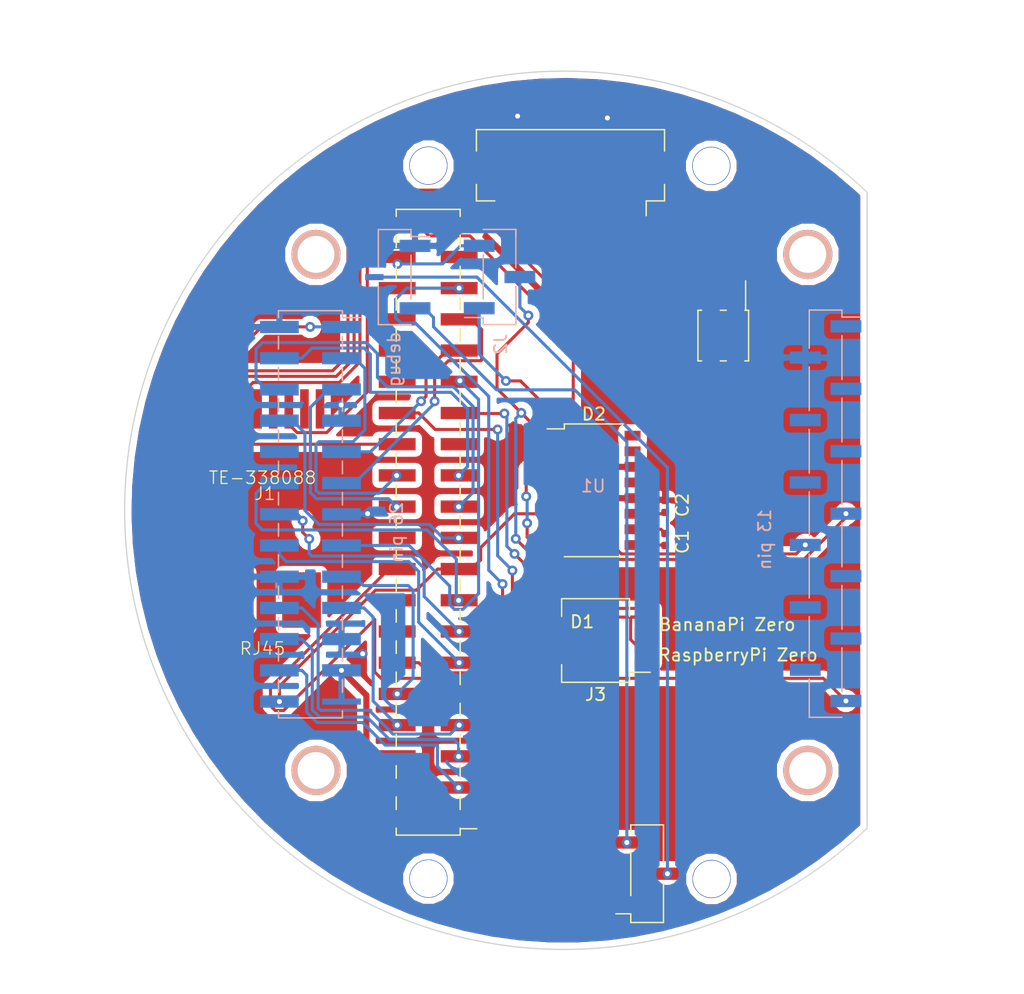
<source format=kicad_pcb>
(kicad_pcb (version 20171130) (host pcbnew 6.0.0-rc1-unknown-15e0771~66~ubuntu16.04.1)
  (layers (0 F.Cu signal) (31 B.Cu signal) (34 B.Paste user) (35 F.Paste user) (36 B.SilkS user) (37 F.SilkS user) (38 B.Mask user) (39 F.Mask user) (44 Edge.Cuts user))
  (net 0 "")
  (net 1 5V)
  (net 2 3,3V)
  (net 3 SDA)
  (net 4 GND)
  (net 5 SCK)
  (net 6 UART1_TX)
  (net 7 PWM1)
  (net 8 UART1_RX)
  (net 9 UART2_RX)
  (net 10 UART2_TX)
  (net 11 PA03)
  (net 12 SPI1_MOSI)
  (net 13 PA02)
  (net 14 SPI1_MISO)
  (net 15 SPI1_CS)
  (net 16 SPI1_CLK)
  (net 17 PA18)
  (net 18 PA19)
  (net 19 PA07)
  (net 20 PA10)
  (net 21 TX)
  (net 22 RX)
  (net 23 "Net-(C1-Pad1)")
  (net 24 "Net-(C1-Pad2)")
  (net 25 "Net-(C2-Pad1)")
  (net 26 i2s_WS)
  (net 27 i2s_CLK)
  (net 28 i2s_SDI)
  (net 29 "Net-(D1-Pad45)")
  (net 30 "Net-(D1-Pad47)")
  (net 31 "Net-(D1-Pad44)")
  (net 32 "Net-(D1-Pad46)")
  (net 33 LL)
  (net 34 LR)
  (net 35 i2s-DIN)
  (net 36 "Net-(D1-Pad12)")
  (net 37 IR)
  (net 38 "Net-(D1-Pad28)")
  (net 39 "Net-(D1-Pad27)")
  (net 40 "Net-(D1-Pad35)")
  (module shardy:RJ45-TE-338088 (layer F.Cu) (at 140.65 78.675 90)
    (fp_text reference J1 (at 1.80086 0 180) (layer F.SilkS) (effects (font (size 1.016 1.016) (thickness 0.1016))))
    (fp_text value RJ45 (at -10.80008 -0.20066 180) (layer F.SilkS) (effects (font (size 1.016 1.016) (thickness 0.1016))))
    (fp_text user TE-338088 (at 3.0988 -0.19812 180) (layer F.SilkS) (effects (font (size 1.016 1.016) (thickness 0.1016))))
    (pad 9 smd rect (at -6.85038 2.97688 90) (size 4.50088 3.1496) (layers F.Cu F.Paste F.Mask))
    (pad 9 smd rect (at -6.85038 -2.77368 90) (size 4.50088 3.1496) (layers F.Cu F.Paste F.Mask))
    (pad 8 smd rect (at 8.6995 4.48056 90) (size 3.2004 0.70104) (layers F.Cu F.Paste F.Mask))
    (pad 7 smd rect (at 8.6995 3.21056 90) (size 3.2004 0.70104) (layers F.Cu F.Paste F.Mask))
    (pad 2 smd rect (at 8.6995 -3.13944 90) (size 3.2004 0.70104) (layers F.Cu F.Paste F.Mask) (net 29 "Net-(D1-Pad45)"))
    (pad 1 smd rect (at 8.6995 -4.40944 90) (size 3.2004 0.70104) (layers F.Cu F.Paste F.Mask) (net 31 "Net-(D1-Pad44)"))
    (pad 6 smd rect (at 8.6995 1.94056 90) (size 3.2004 0.70104) (layers F.Cu F.Paste F.Mask) (net 32 "Net-(D1-Pad46)"))
    (pad 3 smd rect (at 8.6995 -1.86944 90) (size 3.2004 0.70104) (layers F.Cu F.Paste F.Mask) (net 30 "Net-(D1-Pad47)"))
    (pad 5 smd rect (at 8.6995 0.67056 90) (size 3.2004 0.70104) (layers F.Cu F.Paste F.Mask))
    (pad 4 smd rect (at 8.6995 -0.59944 90) (size 3.2004 0.70104) (layers F.Cu F.Paste F.Mask))
  )
  (module imm:OPiZeroSMD (layer B.Cu) (at 187.8 102.4 180)
    (fp_text reference U1 (at 20.45 26.15 180) (layer B.SilkS) (effects (justify mirror)))
    (fp_text value OPiZero-imm_lib)
    (fp_text user debug (at 36.65 36.45 90) (layer B.SilkS) (effects (justify mirror)))
    (fp_text user "26 pin" (at 36.45 22.35 90) (layer B.SilkS) (effects (justify mirror)))
    (fp_text user "13 pin" (at 6.5 21.8 90) (layer B.SilkS) (effects (justify mirror)))
    (pad "" thru_hole circle (at 43 45 180) (size 4 4) (drill 3) (layers *.Cu *.Mask B.SilkS))
    (pad 126 smd rect (at 40.925 39.09 180) (size 3.15 1) (layers B.Cu B.Paste B.Mask) (net 20 PA10))
    (pad 125 smd rect (at 45.975 39.09 180) (size 3.15 1) (layers B.Cu B.Paste B.Mask) (net 4 GND))
    (pad 124 smd rect (at 40.925 36.55 180) (size 3.15 1) (layers B.Cu B.Paste B.Mask) (net 15 SPI1_CS))
    (pad 123 smd rect (at 45.975 36.55 180) (size 3.15 1) (layers B.Cu B.Paste B.Mask) (net 16 SPI1_CLK))
    (pad 122 smd rect (at 40.925 34.01 180) (size 3.15 1) (layers B.Cu B.Paste B.Mask) (net 13 PA02))
    (pad 121 smd rect (at 45.975 34.01 180) (size 3.15 1) (layers B.Cu B.Paste B.Mask) (net 14 SPI1_MISO))
    (pad 120 smd rect (at 40.925 31.47 180) (size 3.15 1) (layers B.Cu B.Paste B.Mask) (net 4 GND))
    (pad 119 smd rect (at 45.975 31.47 180) (size 3.15 1) (layers B.Cu B.Paste B.Mask) (net 12 SPI1_MOSI))
    (pad 118 smd rect (at 40.925 28.93 180) (size 3.15 1) (layers B.Cu B.Paste B.Mask) (net 17 PA18))
    (pad 117 smd rect (at 45.975 28.93 180) (size 3.15 1) (layers B.Cu B.Paste B.Mask))
    (pad 116 smd rect (at 40.925 26.39 180) (size 3.15 1) (layers B.Cu B.Paste B.Mask) (net 18 PA19))
    (pad 115 smd rect (at 45.975 26.39 180) (size 3.15 1) (layers B.Cu B.Paste B.Mask) (net 11 PA03))
    (pad 114 smd rect (at 40.925 23.85 180) (size 3.15 1) (layers B.Cu B.Paste B.Mask) (net 4 GND))
    (pad 113 smd rect (at 45.975 23.85 180) (size 3.15 1) (layers B.Cu B.Paste B.Mask) (net 10 UART2_TX))
    (pad 112 smd rect (at 40.925 21.31 180) (size 3.15 1) (layers B.Cu B.Paste B.Mask) (net 19 PA07))
    (pad 111 smd rect (at 45.975 21.31 180) (size 3.15 1) (layers B.Cu B.Paste B.Mask) (net 9 UART2_RX))
    (pad 110 smd rect (at 40.925 18.77 180) (size 3.15 1) (layers B.Cu B.Paste B.Mask) (net 8 UART1_RX))
    (pad 109 smd rect (at 45.975 18.77 180) (size 3.15 1) (layers B.Cu B.Paste B.Mask) (net 4 GND))
    (pad 108 smd rect (at 40.925 16.23 180) (size 3.15 1) (layers B.Cu B.Paste B.Mask) (net 6 UART1_TX))
    (pad 107 smd rect (at 45.975 16.23 180) (size 3.15 1) (layers B.Cu B.Paste B.Mask) (net 7 PWM1))
    (pad 106 smd rect (at 40.925 13.69 180) (size 3.15 1) (layers B.Cu B.Paste B.Mask) (net 4 GND))
    (pad 105 smd rect (at 45.975 13.69 180) (size 3.15 1) (layers B.Cu B.Paste B.Mask) (net 5 SCK))
    (pad 104 smd rect (at 40.925 11.15 180) (size 3.15 1) (layers B.Cu B.Paste B.Mask) (net 1 5V))
    (pad 103 smd rect (at 45.975 11.15 180) (size 3.15 1) (layers B.Cu B.Paste B.Mask) (net 3 SDA))
    (pad 102 smd rect (at 40.925 8.61 180) (size 3.15 0.5) (layers B.Cu B.Paste B.Mask) (net 1 5V))
    (pad 101 smd rect (at 45.975 8.61 180) (size 3.15 1) (layers B.Cu B.Paste B.Mask) (net 2 3,3V))
    (pad 1 smd rect (at -0.105 39.14 180) (size 2.51 1) (layers B.Cu B.Paste B.Mask))
    (pad 3 smd rect (at -0.105 34.06 180) (size 2.51 1) (layers B.Cu B.Paste B.Mask))
    (pad 5 smd rect (at -0.105 28.98 180) (size 2.51 1) (layers B.Cu B.Paste B.Mask))
    (pad 7 smd rect (at -0.105 23.9 180) (size 2.51 1) (layers B.Cu B.Paste B.Mask) (net 34 LR))
    (pad 9 smd rect (at -0.105 18.82 180) (size 2.51 1) (layers B.Cu B.Paste B.Mask))
    (pad 11 smd rect (at -0.105 13.74 180) (size 2.51 1) (layers B.Cu B.Paste B.Mask))
    (pad 13 smd rect (at -0.105 8.66 180) (size 2.51 1) (layers B.Cu B.Paste B.Mask) (net 37 IR))
    (pad 2 smd rect (at 3.205 36.6 180) (size 2.51 1) (layers B.Cu B.Paste B.Mask) (net 4 GND))
    (pad 4 smd rect (at 3.205 31.52 180) (size 2.51 1) (layers B.Cu B.Paste B.Mask))
    (pad 6 smd rect (at 3.205 26.44 180) (size 2.51 1) (layers B.Cu B.Paste B.Mask))
    (pad 8 smd rect (at 3.205 21.36 180) (size 2.51 1) (layers B.Cu B.Paste B.Mask) (net 33 LL))
    (pad 10 smd rect (at 3.205 16.28 180) (size 2.51 1) (layers B.Cu B.Paste B.Mask))
    (pad 12 smd rect (at 3.205 11.2 180) (size 2.51 1) (layers B.Cu B.Paste B.Mask))
    (pad 201 smd rect (at 34.945 45.69 180) (size 2.51 1) (layers B.Cu B.Paste B.Mask) (net 4 GND))
    (pad 203 smd rect (at 34.945 40.61 180) (size 2.51 1) (layers B.Cu B.Paste B.Mask) (net 21 TX))
    (pad 202 smd rect (at 38.255 43.15 180) (size 1.5 0.5) (layers B.Cu B.Paste B.Mask) (net 22 RX))
    (pad "" thru_hole circle (at 3 45 180) (size 4 4) (drill 3) (layers *.Cu *.Mask B.SilkS))
    (pad "" thru_hole circle (at 3 3 180) (size 4 4) (drill 3) (layers *.Cu *.Mask B.SilkS))
    (pad "" thru_hole circle (at 43 3 180) (size 4 4) (drill 3) (layers *.Cu *.Mask B.SilkS))
  )
  (module Capacitor_SMD:C_0402_1005Metric (layer F.Cu) (at 173.2 80.6 270)
    (fp_text reference C1 (at 0.2 -1.4 270) (layer F.SilkS))
    (fp_text value "1 µF")
    (pad 1 smd roundrect (at -0.485 0 270) (size 0.59 0.64) (layers F.Cu F.Paste F.Mask) (net 23 "Net-(C1-Pad1)"))
    (pad 2 smd roundrect (at 0.485 0 270) (size 0.59 0.64) (layers F.Cu F.Paste F.Mask) (net 24 "Net-(C1-Pad2)"))
  )
  (module Capacitor_SMD:C_0402_1005Metric (layer F.Cu) (at 173.2 77.915 90)
    (fp_text reference C2 (at 0.115 1.4 90) (layer F.SilkS))
    (fp_text value "1 µF")
    (pad 2 smd roundrect (at 0.485 0 90) (size 0.59 0.64) (layers F.Cu F.Paste F.Mask) (net 4 GND))
    (pad 1 smd roundrect (at -0.485 0 90) (size 0.59 0.64) (layers F.Cu F.Paste F.Mask) (net 25 "Net-(C2-Pad1)"))
  )
  (module imm:BananaPiZeroSMD (layer F.Cu) (at 164.043863 47.988299)
    (fp_text reference D1 (at 2.406137 39.311701 180) (layer F.SilkS))
    (fp_text value BananaPiZero)
    (pad "" thru_hole circle (at -10.1 60.21) (size 3.1 3.1) (drill 3) (layers *.Cu *.Mask))
    (pad "" thru_hole circle (at 12.93 60.24) (size 3.1 3.1) (drill 3) (layers *.Cu *.Mask))
    (pad "" thru_hole circle (at -10.1 2.19) (size 3.1 3.1) (drill 3) (layers *.Cu *.Mask))
    (pad "" thru_hole circle (at 12.91 2.21) (size 3.1 3.1) (drill 3) (layers *.Cu *.Mask))
    (pad 2 smd rect (at -12.638862 55.33908 180) (size 3 1) (layers F.Cu F.Paste F.Mask))
    (pad 1 smd rect (at -7.598862 55.33908 180) (size 3 1) (layers F.Cu F.Paste F.Mask))
    (pad 4 smd rect (at -12.638862 52.79908 180) (size 3 1) (layers F.Cu F.Paste F.Mask) (net 1 5V))
    (pad 3 smd rect (at -7.598862 52.79908 180) (size 3 1) (layers F.Cu F.Paste F.Mask) (net 3 SDA))
    (pad 6 smd rect (at -12.638862 50.25908 180) (size 3 1) (layers F.Cu F.Paste F.Mask))
    (pad 5 smd rect (at -7.598862 50.25908 180) (size 3 1) (layers F.Cu F.Paste F.Mask) (net 5 SCK))
    (pad 8 smd rect (at -12.638862 47.71908 180) (size 3 1) (layers F.Cu F.Paste F.Mask) (net 6 UART1_TX))
    (pad 7 smd rect (at -7.598862 47.71908 180) (size 3 1) (layers F.Cu F.Paste F.Mask) (net 7 PWM1))
    (pad 10 smd rect (at -12.638862 45.17908 180) (size 3 1) (layers F.Cu F.Paste F.Mask) (net 8 UART1_RX))
    (pad 9 smd rect (at -7.598862 45.17908 180) (size 3 1) (layers F.Cu F.Paste F.Mask))
    (pad 12 smd rect (at -12.638862 42.63908 180) (size 3 1) (layers F.Cu F.Paste F.Mask) (net 36 "Net-(D1-Pad12)"))
    (pad 11 smd rect (at -7.598862 42.63908 180) (size 3 1) (layers F.Cu F.Paste F.Mask) (net 9 UART2_RX))
    (pad 14 smd rect (at -12.638862 40.09908 180) (size 3 1) (layers F.Cu F.Paste F.Mask))
    (pad 13 smd rect (at -7.598862 40.09908 180) (size 3 1) (layers F.Cu F.Paste F.Mask) (net 10 UART2_TX))
    (pad 16 smd rect (at -12.638862 37.55908 180) (size 3 1) (layers F.Cu F.Paste F.Mask))
    (pad 15 smd rect (at -7.598862 37.55908 180) (size 3 1) (layers F.Cu F.Paste F.Mask) (net 11 PA03))
    (pad 18 smd rect (at -12.638862 35.01908 180) (size 3 1) (layers F.Cu F.Paste F.Mask) (net 37 IR))
    (pad 17 smd rect (at -7.598862 35.01908 180) (size 3 1) (layers F.Cu F.Paste F.Mask) (net 2 3,3V))
    (pad 20 smd rect (at -12.638862 32.47908 180) (size 3 1) (layers F.Cu F.Paste F.Mask))
    (pad 19 smd rect (at -7.598862 32.47908 180) (size 3 1) (layers F.Cu F.Paste F.Mask) (net 12 SPI1_MOSI))
    (pad 22 smd rect (at -12.638862 29.93908 180) (size 3 1) (layers F.Cu F.Paste F.Mask) (net 13 PA02))
    (pad 21 smd rect (at -7.598862 29.93908 180) (size 3 1) (layers F.Cu F.Paste F.Mask) (net 14 SPI1_MISO))
    (pad 24 smd rect (at -12.638862 27.39908 180) (size 3 1) (layers F.Cu F.Paste F.Mask) (net 15 SPI1_CS))
    (pad 23 smd rect (at -7.598862 27.39908 180) (size 3 1) (layers F.Cu F.Paste F.Mask) (net 16 SPI1_CLK))
    (pad 26 smd rect (at -12.638862 24.85908 180) (size 3 1) (layers F.Cu F.Paste F.Mask) (net 20 PA10))
    (pad 25 smd rect (at -7.598862 24.85908 180) (size 3 1) (layers F.Cu F.Paste F.Mask))
    (pad 28 smd rect (at -12.638862 22.31908 180) (size 3 1) (layers F.Cu F.Paste F.Mask) (net 38 "Net-(D1-Pad28)"))
    (pad 27 smd rect (at -7.598862 22.31908 180) (size 3 1) (layers F.Cu F.Paste F.Mask) (net 39 "Net-(D1-Pad27)"))
    (pad 30 smd rect (at -12.638862 19.77908 180) (size 3 1) (layers F.Cu F.Paste F.Mask))
    (pad 29 smd rect (at -7.598862 19.77908 180) (size 3 1) (layers F.Cu F.Paste F.Mask) (net 19 PA07))
    (pad 32 smd rect (at -12.638862 17.23908 180) (size 3 1) (layers F.Cu F.Paste F.Mask))
    (pad 31 smd rect (at -7.598862 17.23908 180) (size 3 1) (layers F.Cu F.Paste F.Mask) (net 17 PA18))
    (pad 34 smd rect (at -12.638862 14.69908 180) (size 3 1) (layers F.Cu F.Paste F.Mask))
    (pad 33 smd rect (at -7.598862 14.69908 180) (size 3 1) (layers F.Cu F.Paste F.Mask) (net 18 PA19))
    (pad 36 smd rect (at -12.638862 12.15908 180) (size 3 1) (layers F.Cu F.Paste F.Mask))
    (pad 35 smd rect (at -7.598862 12.15908 180) (size 3 1) (layers F.Cu F.Paste F.Mask) (net 40 "Net-(D1-Pad35)"))
    (pad 38 smd rect (at -12.638862 9.61908 180) (size 3 1) (layers F.Cu F.Paste F.Mask) (net 35 i2s-DIN))
    (pad 37 smd rect (at -7.598862 9.61908 180) (size 3 1) (layers F.Cu F.Paste F.Mask))
    (pad 40 smd rect (at -12.638862 7.07908 180) (size 3 1) (layers F.Cu F.Paste F.Mask) (net 28 i2s_SDI))
    (pad 39 smd rect (at -7.598862 7.07908 180) (size 3 1) (layers F.Cu F.Paste F.Mask))
    (pad 43 smd rect (at 6.04 57.27) (size 1.9 1) (layers F.Cu F.Paste F.Mask) (net 21 TX))
    (pad 41 smd rect (at 6.04 62.35) (size 1.9 1) (layers F.Cu F.Paste F.Mask) (net 4 GND))
    (pad 42 smd rect (at 9.34 59.81) (size 1.9 1) (layers F.Cu F.Paste F.Mask) (net 22 RX))
    (pad 45 smd rect (at 12.883319 12.895729 90) (size 2.75 1) (layers F.Cu F.Paste F.Mask) (net 29 "Net-(D1-Pad45)"))
    (pad 47 smd rect (at 12.883319 19.145729 90) (size 2.75 1) (layers F.Cu F.Paste F.Mask) (net 30 "Net-(D1-Pad47)"))
    (pad 44 smd rect (at 14.883319 12.895729 90) (size 2.75 1) (layers F.Cu F.Paste F.Mask) (net 31 "Net-(D1-Pad44)"))
    (pad 46 smd rect (at 14.883319 19.145729 90) (size 2.75 1) (layers F.Cu F.Paste F.Mask) (net 32 "Net-(D1-Pad46)"))
    (pad MP smd rect (at -6.195327 2.360361 180) (size 1.8 2.2) (layers F.Cu F.Paste F.Mask))
    (pad MP smd rect (at 9.104673 2.360361 180) (size 1.8 2.2) (layers F.Cu F.Paste F.Mask))
    (pad 101 smd rect (at 7.204673 5.610361 180) (size 0.3 1.3) (layers F.Cu F.Paste F.Mask))
    (pad 102 smd rect (at 6.704673 5.610361 180) (size 0.3 1.3) (layers F.Cu F.Paste F.Mask))
    (pad 103 smd rect (at 6.204673 5.610361 180) (size 0.3 1.3) (layers F.Cu F.Paste F.Mask))
    (pad 104 smd rect (at 5.704673 5.610361 180) (size 0.3 1.3) (layers F.Cu F.Paste F.Mask))
    (pad 105 smd rect (at 5.204673 5.610361 180) (size 0.3 1.3) (layers F.Cu F.Paste F.Mask))
    (pad 106 smd rect (at 4.704673 5.610361 180) (size 0.3 1.3) (layers F.Cu F.Paste F.Mask))
    (pad 107 smd rect (at 4.204673 5.610361 180) (size 0.3 1.3) (layers F.Cu F.Paste F.Mask))
    (pad 108 smd rect (at 3.704673 5.610361 180) (size 0.3 1.3) (layers F.Cu F.Paste F.Mask))
    (pad 109 smd rect (at 3.204673 5.610361 180) (size 0.3 1.3) (layers F.Cu F.Paste F.Mask))
    (pad 110 smd rect (at 2.704673 5.610361 180) (size 0.3 1.3) (layers F.Cu F.Paste F.Mask))
    (pad 111 smd rect (at 2.204673 5.610361 180) (size 0.3 1.3) (layers F.Cu F.Paste F.Mask))
    (pad 112 smd rect (at 1.704673 5.610361 180) (size 0.3 1.3) (layers F.Cu F.Paste F.Mask))
    (pad 113 smd rect (at 1.204673 5.610361 180) (size 0.3 1.3) (layers F.Cu F.Paste F.Mask))
    (pad 114 smd rect (at 0.704673 5.610361 180) (size 0.3 1.3) (layers F.Cu F.Paste F.Mask))
    (pad 115 smd rect (at 0.204673 5.610361 180) (size 0.3 1.3) (layers F.Cu F.Paste F.Mask))
    (pad 116 smd rect (at -0.295327 5.610361 180) (size 0.3 1.3) (layers F.Cu F.Paste F.Mask))
    (pad 117 smd rect (at -0.795327 5.610361 180) (size 0.3 1.3) (layers F.Cu F.Paste F.Mask))
    (pad 118 smd rect (at -1.295327 5.610361 180) (size 0.3 1.3) (layers F.Cu F.Paste F.Mask))
    (pad 119 smd rect (at -1.795327 5.610361 180) (size 0.3 1.3) (layers F.Cu F.Paste F.Mask))
    (pad 120 smd rect (at -2.295327 5.610361 180) (size 0.3 1.3) (layers F.Cu F.Paste F.Mask))
    (pad 121 smd rect (at -2.795327 5.610361 180) (size 0.3 1.3) (layers F.Cu F.Paste F.Mask))
    (pad 122 smd rect (at -3.295327 5.610361 180) (size 0.3 1.3) (layers F.Cu F.Paste F.Mask))
    (pad 123 smd rect (at -3.795327 5.610361 180) (size 0.3 1.3) (layers F.Cu F.Paste F.Mask))
    (pad 124 smd rect (at -4.295327 5.610361 180) (size 0.3 1.3) (layers F.Cu F.Paste F.Mask))
  )
  (module Package_SO:SOP-16_4.4x10.4mm_P1.27mm (layer F.Cu) (at 167.4 76.6)
    (fp_text reference D2 (at 0 -6.2) (layer F.SilkS))
    (fp_text value ES9023)
    (pad 1 smd rect (at -3.15 -4.45) (size 1.3 0.8) (layers F.Cu F.Paste F.Mask) (net 27 i2s_CLK))
    (pad 2 smd rect (at -3.15 -3.17) (size 1.3 0.8) (layers F.Cu F.Paste F.Mask) (net 26 i2s_WS))
    (pad 3 smd rect (at -3.15 -1.91) (size 1.3 0.8) (layers F.Cu F.Paste F.Mask) (net 28 i2s_SDI))
    (pad 4 smd rect (at -3.15 -0.64) (size 1.3 0.8) (layers F.Cu F.Paste F.Mask))
    (pad 5 smd rect (at -3.15 0.64) (size 1.3 0.8) (layers F.Cu F.Paste F.Mask) (net 2 3,3V))
    (pad 6 smd rect (at -3.15 1.91) (size 1.3 0.8) (layers F.Cu F.Paste F.Mask) (net 2 3,3V))
    (pad 7 smd rect (at -3.15 3.17) (size 1.3 0.8) (layers F.Cu F.Paste F.Mask) (net 33 LL))
    (pad 8 smd rect (at -3.15 4.45) (size 1.3 0.8) (layers F.Cu F.Paste F.Mask) (net 34 LR))
    (pad 9 smd rect (at 3.15 4.45) (size 1.3 0.8) (layers F.Cu F.Paste F.Mask) (net 24 "Net-(C1-Pad2)"))
    (pad 10 smd rect (at 3.15 3.17) (size 1.3 0.8) (layers F.Cu F.Paste F.Mask) (net 23 "Net-(C1-Pad1)"))
    (pad 11 smd rect (at 3.15 1.91) (size 1.3 0.8) (layers F.Cu F.Paste F.Mask) (net 25 "Net-(C2-Pad1)"))
    (pad 12 smd rect (at 3.15 0.64) (size 1.3 0.8) (layers F.Cu F.Paste F.Mask) (net 4 GND))
    (pad 13 smd rect (at 3.15 -0.64) (size 1.3 0.8) (layers F.Cu F.Paste F.Mask))
    (pad 14 smd rect (at 3.15 -1.91) (size 1.3 0.8) (layers F.Cu F.Paste F.Mask) (net 4 GND))
    (pad 15 smd rect (at 3.15 -3.17) (size 1.3 0.8) (layers F.Cu F.Paste F.Mask))
    (pad 16 smd rect (at 3.15 -4.45) (size 1.3 0.8) (layers F.Cu F.Paste F.Mask))
  )
  (module Connector_PinHeader_2.54mm:PinHeader_1x03_P2.54mm_Vertical_SMD_Pin1Left (layer B.Cu) (at 159.73 59.24)
    (fp_text reference J2 (at 0.095 5.46 90) (layer B.SilkS) (effects (justify mirror)))
    (fp_text value i2s)
    (pad 1 smd rect (at -1.655 2.54) (size 2.51 1) (layers B.Cu B.Paste B.Mask) (net 26 i2s_WS))
    (pad 3 smd rect (at -1.655 -2.54) (size 2.51 1) (layers B.Cu B.Paste B.Mask) (net 35 i2s-DIN))
    (pad 2 smd rect (at 1.655 0) (size 2.51 1) (layers B.Cu B.Paste B.Mask) (net 27 i2s_CLK))
  )
  (module Button_Switch_SMD:SW_DIP_SPSTx04_Slide_KingTek_DSHP04TS_W7.62mm_P1.27mm (layer F.Cu) (at 167.54 88.82 180)
    (fp_text reference J3 (at 0 -4.4 180) (layer F.SilkS))
    (fp_text value BananaPi/RaspberryPi)
    (pad 1 smd rect (at -3.81 -1.905 180) (size 1.27 0.76) (layers F.Cu F.Paste F.Mask) (net 26 i2s_WS))
    (pad 5 smd rect (at 3.81 1.905 180) (size 1.27 0.76) (layers F.Cu F.Paste F.Mask) (net 39 "Net-(D1-Pad27)"))
    (pad 2 smd rect (at -3.81 -0.635 180) (size 1.27 0.76) (layers F.Cu F.Paste F.Mask) (net 27 i2s_CLK))
    (pad 6 smd rect (at 3.81 0.635 180) (size 1.27 0.76) (layers F.Cu F.Paste F.Mask) (net 38 "Net-(D1-Pad28)"))
    (pad 3 smd rect (at -3.81 0.635 180) (size 1.27 0.76) (layers F.Cu F.Paste F.Mask) (net 26 i2s_WS))
    (pad 7 smd rect (at 3.81 -0.635 180) (size 1.27 0.76) (layers F.Cu F.Paste F.Mask) (net 40 "Net-(D1-Pad35)"))
    (pad 4 smd rect (at -3.81 1.905 180) (size 1.27 0.76) (layers F.Cu F.Paste F.Mask) (net 27 i2s_CLK))
    (pad 8 smd rect (at 3.81 -1.905 180) (size 1.27 0.76) (layers F.Cu F.Paste F.Mask) (net 36 "Net-(D1-Pad12)"))
  )
  (gr_text "BananaPi Zero" (at 178.25 87.525) (layer F.SilkS) (effects (font (size 1 1))))
  (gr_text "RaspberryPi Zero" (at 179.125 90) (layer F.SilkS) (effects (font (size 1 1))))
  (gr_line (start 189.625 52.35) (end 189.625 104.125) (layer Edge.Cuts) (width 0.1))
  (gr_arc (start 164.975 78.225) (end 189.625 52.35) (angle -267.1931869) (layer Edge.Cuts) (width 0.1))
  (segment (start 146.875 91.25) (end 146.875 93.79) (width 0.5) (layer B.Cu) (net 1))
  (segment (start 149.405001 100.787379) (end 148.9 100.282378) (width 0.5) (layer F.Cu) (net 1))
  (segment (start 151.405001 100.787379) (end 149.405001 100.787379) (width 0.5) (layer F.Cu) (net 1))
  (via (at 146.875 91.25) (size 0.8) (drill 0.4) (layers F.Cu B.Cu) (net 1))
  (segment (start 148.9 93.275) (end 146.875 91.25) (width 0.5) (layer F.Cu) (net 1))
  (segment (start 148.9 100.282378) (end 148.9 93.275) (width 0.5) (layer F.Cu) (net 1))
  (segment (start 164.25 77.24) (end 164.25 78.51) (width 0.25) (layer F.Cu) (net 2))
  (segment (start 158.195001 82.257379) (end 157.445001 83.007379) (width 0.25) (layer F.Cu) (net 2))
  (segment (start 158.195001 81.257379) (end 158.195001 82.257379) (width 0.25) (layer F.Cu) (net 2))
  (segment (start 160.94238 78.51) (end 158.195001 81.257379) (width 0.25) (layer F.Cu) (net 2))
  (segment (start 157.445001 83.007379) (end 156.445001 83.007379) (width 0.25) (layer F.Cu) (net 2))
  (segment (start 164.25 78.51) (end 160.94238 78.51) (width 0.25) (layer F.Cu) (net 2))
  (via (at 141.825 93.79) (size 0.8) (drill 0.4) (layers F.Cu B.Cu) (net 2))
  (segment (start 141.825 92.542378) (end 141.825 93.79) (width 0.25) (layer F.Cu) (net 2))
  (segment (start 149.645 84.722378) (end 141.825 92.542378) (width 0.25) (layer F.Cu) (net 2))
  (segment (start 152.980002 84.722378) (end 149.645 84.722378) (width 0.25) (layer F.Cu) (net 2))
  (segment (start 154.695001 83.007379) (end 152.980002 84.722378) (width 0.25) (layer F.Cu) (net 2))
  (segment (start 156.445001 83.007379) (end 154.695001 83.007379) (width 0.25) (layer F.Cu) (net 2))
  (via (at 156.401138 100.79908) (size 0.8) (drill 0.4) (layers F.Cu B.Cu) (net 3))
  (segment (start 154.6824 97.3324) (end 154.6824 99.080342) (width 0.25) (layer B.Cu) (net 3))
  (segment (start 150.4324 97.3324) (end 154.6824 97.3324) (width 0.25) (layer B.Cu) (net 3))
  (segment (start 144.90001 95.50001) (end 148.60001 95.50001) (width 0.25) (layer B.Cu) (net 3))
  (segment (start 141.825 91.25) (end 143.65 91.25) (width 0.25) (layer B.Cu) (net 3))
  (segment (start 154.6824 99.080342) (end 156.401138 100.79908) (width 0.25) (layer B.Cu) (net 3))
  (segment (start 143.65 91.25) (end 144.04999 91.64999) (width 0.25) (layer B.Cu) (net 3))
  (segment (start 144.04999 91.64999) (end 144.04999 94.64999) (width 0.25) (layer B.Cu) (net 3))
  (segment (start 148.60001 95.50001) (end 150.4324 97.3324) (width 0.25) (layer B.Cu) (net 3))
  (segment (start 144.04999 94.64999) (end 144.90001 95.50001) (width 0.25) (layer B.Cu) (net 3))
  (via (at 148.6 89.9) (size 0.8) (drill 0.4) (layers F.Cu B.Cu) (net 4))
  (via (at 149 78.5) (size 0.8) (drill 0.4) (layers F.Cu B.Cu) (net 4))
  (via (at 146.85 69.65) (size 0.8) (drill 0.4) (layers F.Cu B.Cu) (net 4))
  (segment (start 173.01 77.24) (end 173.2 77.43) (width 0.25) (layer F.Cu) (net 4))
  (segment (start 170.55 77.24) (end 173.01 77.24) (width 0.25) (layer F.Cu) (net 4))
  (via (at 161.2 46.15) (size 0.8) (drill 0.4) (layers F.Cu B.Cu) (net 4))
  (via (at 168.5 46.3) (size 0.8) (drill 0.4) (layers F.Cu B.Cu) (net 4))
  (via (at 156.401138 98.25908) (size 0.8) (drill 0.4) (layers F.Cu B.Cu) (net 5))
  (segment (start 143.65 88.71) (end 144.5 89.56) (width 0.25) (layer B.Cu) (net 5))
  (segment (start 141.825 88.71) (end 143.65 88.71) (width 0.25) (layer B.Cu) (net 5))
  (segment (start 144.5 94.461412) (end 145.088588 95.05) (width 0.25) (layer B.Cu) (net 5))
  (segment (start 144.5 89.56) (end 144.5 94.461412) (width 0.25) (layer B.Cu) (net 5))
  (segment (start 145.088588 95.05) (end 148.95 95.05) (width 0.25) (layer B.Cu) (net 5))
  (segment (start 150.78239 96.88239) (end 156.03239 96.88239) (width 0.25) (layer B.Cu) (net 5))
  (segment (start 148.95 95.05) (end 150.78239 96.88239) (width 0.25) (layer B.Cu) (net 5))
  (segment (start 156.401138 97.251138) (end 156.401138 98.25908) (width 0.25) (layer B.Cu) (net 5))
  (segment (start 156.03239 96.88239) (end 156.401138 97.251138) (width 0.25) (layer B.Cu) (net 5))
  (segment (start 148.7 86.17) (end 149.45 86.92) (width 0.25) (layer B.Cu) (net 6))
  (segment (start 146.875 86.17) (end 148.7 86.17) (width 0.25) (layer B.Cu) (net 6))
  (via (at 151.405001 95.707379) (size 0.8) (drill 0.4) (layers F.Cu B.Cu) (net 6))
  (segment (start 149.45 93.752378) (end 151.405001 95.707379) (width 0.25) (layer B.Cu) (net 6))
  (segment (start 149.45 86.92) (end 149.45 93.752378) (width 0.25) (layer B.Cu) (net 6))
  (segment (start 144.974999 94.300001) (end 145.174998 94.5) (width 0.25) (layer B.Cu) (net 7))
  (segment (start 144.974999 87.494999) (end 144.974999 94.300001) (width 0.25) (layer B.Cu) (net 7))
  (segment (start 143.65 86.17) (end 144.974999 87.494999) (width 0.25) (layer B.Cu) (net 7))
  (segment (start 141.825 86.17) (end 143.65 86.17) (width 0.25) (layer B.Cu) (net 7))
  (segment (start 145.174998 94.5) (end 149.25 94.5) (width 0.25) (layer B.Cu) (net 7))
  (via (at 156.445001 95.707379) (size 0.8) (drill 0.4) (layers F.Cu B.Cu) (net 7))
  (segment (start 149.25 94.5) (end 149.25 94.62538) (width 0.25) (layer B.Cu) (net 7))
  (segment (start 149.25 94.62538) (end 151.057 96.43238) (width 0.25) (layer B.Cu) (net 7))
  (segment (start 155.72 96.43238) (end 156.445001 95.707379) (width 0.25) (layer B.Cu) (net 7))
  (segment (start 151.057 96.43238) (end 155.72 96.43238) (width 0.25) (layer B.Cu) (net 7))
  (segment (start 147.95 83.63) (end 148.67 84.35) (width 0.25) (layer B.Cu) (net 8))
  (segment (start 146.875 83.63) (end 147.95 83.63) (width 0.25) (layer B.Cu) (net 8))
  (segment (start 148.67 84.35) (end 152.3 84.35) (width 0.25) (layer B.Cu) (net 8))
  (segment (start 152.3 84.35) (end 152.69998 84.74998) (width 0.25) (layer B.Cu) (net 8))
  (via (at 151.405001 93.167379) (size 0.8) (drill 0.4) (layers F.Cu B.Cu) (net 8))
  (segment (start 152.69998 91.8724) (end 151.405001 93.167379) (width 0.25) (layer B.Cu) (net 8))
  (segment (start 152.69998 84.74998) (end 152.69998 91.8724) (width 0.25) (layer B.Cu) (net 8))
  (segment (start 153.14999 87.332368) (end 156.445001 90.627379) (width 0.25) (layer B.Cu) (net 9))
  (segment (start 152.35001 82.40001) (end 153.14999 83.19999) (width 0.25) (layer B.Cu) (net 9))
  (via (at 156.445001 90.627379) (size 0.8) (drill 0.4) (layers F.Cu B.Cu) (net 9))
  (segment (start 141.825 81.09) (end 141.825 81.84) (width 0.25) (layer B.Cu) (net 9))
  (segment (start 153.14999 83.19999) (end 153.14999 87.332368) (width 0.25) (layer B.Cu) (net 9))
  (segment (start 141.825 81.84) (end 142.38501 82.40001) (width 0.25) (layer B.Cu) (net 9))
  (segment (start 142.38501 82.40001) (end 152.35001 82.40001) (width 0.25) (layer B.Cu) (net 9))
  (via (at 143.719846 79.080154) (size 0.8) (drill 0.4) (layers F.Cu B.Cu) (net 10))
  (segment (start 143.3 78.55) (end 143.8 79.05) (width 0.25) (layer B.Cu) (net 10))
  (segment (start 141.825 78.55) (end 143.3 78.55) (width 0.25) (layer B.Cu) (net 10))
  (via (at 144.25 80.550011) (size 0.8) (drill 0.4) (layers F.Cu B.Cu) (net 10))
  (segment (start 143.719846 80.019857) (end 144.25 80.550011) (width 0.25) (layer F.Cu) (net 10))
  (segment (start 143.719846 79.080154) (end 143.719846 80.019857) (width 0.25) (layer F.Cu) (net 10))
  (segment (start 144.25 81.75) (end 144.45 81.95) (width 0.25) (layer B.Cu) (net 10))
  (segment (start 144.25 80.550011) (end 144.25 81.75) (width 0.25) (layer B.Cu) (net 10))
  (segment (start 144.45 81.95) (end 152.6 81.95) (width 0.25) (layer B.Cu) (net 10))
  (segment (start 152.6 81.95) (end 153.6 82.95) (width 0.25) (layer B.Cu) (net 10))
  (via (at 156.445001 88.087379) (size 0.8) (drill 0.4) (layers F.Cu B.Cu) (net 10))
  (segment (start 153.6 85.242378) (end 156.445001 88.087379) (width 0.25) (layer B.Cu) (net 10))
  (segment (start 153.6 82.95) (end 153.6 85.242378) (width 0.25) (layer B.Cu) (net 10))
  (segment (start 153.838599 79.825011) (end 156.213588 82.2) (width 0.25) (layer B.Cu) (net 11))
  (segment (start 140.440009 79.825011) (end 153.838599 79.825011) (width 0.25) (layer B.Cu) (net 11))
  (segment (start 141.825 76.01) (end 140.75 76.01) (width 0.25) (layer B.Cu) (net 11))
  (segment (start 140.75 76.01) (end 139.924999 76.835001) (width 0.25) (layer B.Cu) (net 11))
  (segment (start 139.924999 76.835001) (end 139.924999 79.310001) (width 0.25) (layer B.Cu) (net 11))
  (segment (start 139.924999 79.310001) (end 140.440009 79.825011) (width 0.25) (layer B.Cu) (net 11))
  (via (at 156.401138 85.55908) (size 0.8) (drill 0.4) (layers F.Cu B.Cu) (net 11))
  (segment (start 156.213588 85.37153) (end 156.401138 85.55908) (width 0.25) (layer B.Cu) (net 11))
  (segment (start 156.213588 82.2) (end 156.213588 85.37153) (width 0.25) (layer B.Cu) (net 11))
  (segment (start 145.039999 79.375001) (end 154.024999 79.375001) (width 0.25) (layer B.Cu) (net 12))
  (segment (start 141.825 70.93) (end 142.9 70.93) (width 0.25) (layer B.Cu) (net 12))
  (segment (start 142.9 70.93) (end 143.899981 71.929981) (width 0.25) (layer B.Cu) (net 12))
  (segment (start 143.899981 71.929981) (end 143.899981 78.234983) (width 0.25) (layer B.Cu) (net 12))
  (segment (start 143.899981 78.234983) (end 145.039999 79.375001) (width 0.25) (layer B.Cu) (net 12))
  (via (at 156.401138 80.47908) (size 0.8) (drill 0.4) (layers F.Cu B.Cu) (net 12))
  (segment (start 155.129078 80.47908) (end 156.401138 80.47908) (width 0.25) (layer B.Cu) (net 12))
  (segment (start 154.024999 79.375001) (end 155.129078 80.47908) (width 0.25) (layer B.Cu) (net 12))
  (segment (start 144.853599 77.285011) (end 150.707069 77.285011) (width 0.25) (layer B.Cu) (net 13))
  (via (at 151.361138 77.93908) (size 0.8) (drill 0.4) (layers F.Cu B.Cu) (net 13))
  (segment (start 150.707069 77.285011) (end 151.361138 77.93908) (width 0.25) (layer B.Cu) (net 13))
  (segment (start 144.349991 76.781403) (end 144.853599 77.285011) (width 0.25) (layer B.Cu) (net 13))
  (segment (start 144.349991 69.840009) (end 144.349991 76.781403) (width 0.25) (layer B.Cu) (net 13))
  (segment (start 145.8 68.39) (end 144.349991 69.840009) (width 0.25) (layer B.Cu) (net 13))
  (segment (start 146.875 68.39) (end 145.8 68.39) (width 0.25) (layer B.Cu) (net 13))
  (segment (start 140.440008 64.57499) (end 148.896402 64.57499) (width 0.25) (layer B.Cu) (net 14))
  (segment (start 148.896402 64.57499) (end 149.8 65.478588) (width 0.25) (layer B.Cu) (net 14))
  (segment (start 141.825 68.39) (end 140.75 68.39) (width 0.25) (layer B.Cu) (net 14))
  (segment (start 139.924999 67.564999) (end 139.924999 65.089999) (width 0.25) (layer B.Cu) (net 14))
  (segment (start 140.75 68.39) (end 139.924999 67.564999) (width 0.25) (layer B.Cu) (net 14))
  (segment (start 139.924999 65.089999) (end 140.440008 64.57499) (width 0.25) (layer B.Cu) (net 14))
  (segment (start 149.8 65.478588) (end 149.8 67.4) (width 0.25) (layer B.Cu) (net 14))
  (segment (start 150.575001 68.175001) (end 155.975001 68.175001) (width 0.25) (layer B.Cu) (net 14))
  (segment (start 149.8 67.4) (end 150.575001 68.175001) (width 0.25) (layer B.Cu) (net 14))
  (via (at 156.401138 77.93908) (size 0.8) (drill 0.4) (layers F.Cu B.Cu) (net 14))
  (segment (start 157.576149 69.776149) (end 157.576149 76.764069) (width 0.25) (layer B.Cu) (net 14))
  (segment (start 157.576149 76.764069) (end 156.401138 77.93908) (width 0.25) (layer B.Cu) (net 14))
  (segment (start 155.975001 68.175001) (end 157.576149 69.776149) (width 0.25) (layer B.Cu) (net 14))
  (segment (start 145.039999 72.644999) (end 144.8 72.884998) (width 0.25) (layer B.Cu) (net 15))
  (segment (start 147.820003 72.644999) (end 145.039999 72.644999) (width 0.25) (layer B.Cu) (net 15))
  (segment (start 146.875 65.85) (end 147.95 65.85) (width 0.25) (layer B.Cu) (net 15))
  (segment (start 148.775001 66.675001) (end 148.775001 71.690001) (width 0.25) (layer B.Cu) (net 15))
  (segment (start 147.95 65.85) (end 148.775001 66.675001) (width 0.25) (layer B.Cu) (net 15))
  (segment (start 148.775001 71.690001) (end 147.820003 72.644999) (width 0.25) (layer B.Cu) (net 15))
  (via (at 151.361138 75.39908) (size 0.8) (drill 0.4) (layers F.Cu B.Cu) (net 15))
  (segment (start 144.8 72.884998) (end 144.8 76.595002) (width 0.25) (layer B.Cu) (net 15))
  (segment (start 149.925217 76.835001) (end 151.361138 75.39908) (width 0.25) (layer B.Cu) (net 15))
  (segment (start 144.8 76.595002) (end 145.039999 76.835001) (width 0.25) (layer B.Cu) (net 15))
  (segment (start 145.039999 76.835001) (end 149.925217 76.835001) (width 0.25) (layer B.Cu) (net 15))
  (segment (start 144.475001 65.024999) (end 148.710001 65.024999) (width 0.25) (layer B.Cu) (net 16))
  (segment (start 143.65 65.85) (end 144.475001 65.024999) (width 0.25) (layer B.Cu) (net 16))
  (segment (start 148.710001 65.024999) (end 149.225011 65.540009) (width 0.25) (layer B.Cu) (net 16))
  (segment (start 141.825 65.85) (end 143.65 65.85) (width 0.25) (layer B.Cu) (net 16))
  (segment (start 149.225011 65.540009) (end 149.225011 68.625011) (width 0.25) (layer B.Cu) (net 16))
  (via (at 156.401138 75.39908) (size 0.8) (drill 0.4) (layers F.Cu B.Cu) (net 16))
  (segment (start 149.225011 68.625011) (end 155.780071 68.625011) (width 0.25) (layer B.Cu) (net 16))
  (segment (start 155.780071 68.625011) (end 157.126139 69.971079) (width 0.25) (layer B.Cu) (net 16))
  (segment (start 157.126139 69.971079) (end 157.126139 74.674079) (width 0.25) (layer B.Cu) (net 16))
  (segment (start 157.126139 74.674079) (end 156.401138 75.39908) (width 0.25) (layer B.Cu) (net 16))
  (via (at 153.35 69.350011) (size 0.8) (drill 0.4) (layers F.Cu B.Cu) (net 17))
  (segment (start 149.230011 73.47) (end 153.35 69.350011) (width 0.25) (layer B.Cu) (net 17))
  (segment (start 146.875 73.47) (end 149.230011 73.47) (width 0.25) (layer B.Cu) (net 17))
  (segment (start 155.445001 65.227379) (end 156.445001 65.227379) (width 0.25) (layer F.Cu) (net 17))
  (segment (start 153.749999 66.922381) (end 155.445001 65.227379) (width 0.25) (layer F.Cu) (net 17))
  (segment (start 153.749999 68.950012) (end 153.749999 66.922381) (width 0.25) (layer F.Cu) (net 17))
  (segment (start 153.35 69.350011) (end 153.749999 68.950012) (width 0.25) (layer F.Cu) (net 17))
  (via (at 154.45 69.350011) (size 0.8) (drill 0.4) (layers F.Cu B.Cu) (net 18))
  (segment (start 154.45 69.51) (end 154.45 69.350011) (width 0.25) (layer B.Cu) (net 18))
  (segment (start 147.95 76.01) (end 154.45 69.51) (width 0.25) (layer B.Cu) (net 18))
  (segment (start 146.875 76.01) (end 147.95 76.01) (width 0.25) (layer B.Cu) (net 18))
  (segment (start 157.445001 62.687379) (end 156.445001 62.687379) (width 0.25) (layer F.Cu) (net 18))
  (segment (start 158.270002 63.51238) (end 157.445001 62.687379) (width 0.25) (layer F.Cu) (net 18))
  (segment (start 158.270002 65.98738) (end 158.270002 63.51238) (width 0.25) (layer F.Cu) (net 18))
  (segment (start 155.574998 66.05238) (end 158.205002 66.05238) (width 0.25) (layer F.Cu) (net 18))
  (segment (start 158.205002 66.05238) (end 158.270002 65.98738) (width 0.25) (layer F.Cu) (net 18))
  (segment (start 154.45 67.177378) (end 155.574998 66.05238) (width 0.25) (layer F.Cu) (net 18))
  (segment (start 154.45 69.350011) (end 154.45 67.177378) (width 0.25) (layer F.Cu) (net 18))
  (via (at 156.506484 67.681179) (size 0.8) (drill 0.4) (layers F.Cu B.Cu) (net 19))
  (segment (start 158.026158 69.200853) (end 156.506484 67.681179) (width 0.25) (layer B.Cu) (net 19))
  (segment (start 156.749139 86.284081) (end 158.026158 85.007062) (width 0.25) (layer B.Cu) (net 19))
  (segment (start 158.026158 85.007062) (end 158.026158 69.200853) (width 0.25) (layer B.Cu) (net 19))
  (segment (start 146.875 81.09) (end 147.95 81.09) (width 0.25) (layer B.Cu) (net 19))
  (segment (start 156.053137 86.284081) (end 156.749139 86.284081) (width 0.25) (layer B.Cu) (net 19))
  (segment (start 155.676137 85.907081) (end 156.053137 86.284081) (width 0.25) (layer B.Cu) (net 19))
  (segment (start 155.676137 84.389727) (end 155.676137 85.907081) (width 0.25) (layer B.Cu) (net 19))
  (segment (start 152.37641 81.09) (end 155.676137 84.389727) (width 0.25) (layer B.Cu) (net 19))
  (segment (start 146.875 81.09) (end 152.37641 81.09) (width 0.25) (layer B.Cu) (net 19))
  (via (at 144.325 63.3) (size 0.8) (drill 0.4) (layers F.Cu B.Cu) (net 20))
  (segment (start 151.405001 72.847379) (end 136.576717 72.847379) (width 0.25) (layer F.Cu) (net 20))
  (segment (start 135.565039 71.835701) (end 135.565039 68.115299) (width 0.25) (layer F.Cu) (net 20))
  (segment (start 140.380338 63.3) (end 144.325 63.3) (width 0.25) (layer F.Cu) (net 20))
  (segment (start 136.576717 72.847379) (end 135.565039 71.835701) (width 0.25) (layer F.Cu) (net 20))
  (segment (start 135.565039 68.115299) (end 140.380338 63.3) (width 0.25) (layer F.Cu) (net 20))
  (segment (start 146.865 63.3) (end 146.875 63.31) (width 0.25) (layer B.Cu) (net 20))
  (segment (start 144.325 63.3) (end 146.865 63.3) (width 0.25) (layer B.Cu) (net 20))
  (via (at 170.083863 105.258299) (size 0.8) (drill 0.4) (layers F.Cu B.Cu) (net 21))
  (segment (start 170.083863 79.768863) (end 170.083863 105.258299) (width 0.25) (layer B.Cu) (net 21))
  (segment (start 170.083863 72.658863) (end 170.083863 79.768863) (width 0.25) (layer B.Cu) (net 21))
  (segment (start 165.850001 68.425001) (end 170.083863 72.658863) (width 0.25) (layer B.Cu) (net 21))
  (segment (start 159.490001 68.425001) (end 165.850001 68.425001) (width 0.25) (layer B.Cu) (net 21))
  (segment (start 154.36 63.295) (end 159.490001 68.425001) (width 0.25) (layer B.Cu) (net 21))
  (segment (start 154.36 62.54) (end 154.36 63.295) (width 0.25) (layer B.Cu) (net 21))
  (segment (start 153.61 61.79) (end 154.36 62.54) (width 0.25) (layer B.Cu) (net 21))
  (segment (start 152.855 61.79) (end 153.61 61.79) (width 0.25) (layer B.Cu) (net 21))
  (via (at 173.383863 107.798299) (size 0.8) (drill 0.4) (layers F.Cu B.Cu) (net 22))
  (segment (start 173.383863 74.748861) (end 173.383863 76.068803) (width 0.25) (layer B.Cu) (net 22))
  (segment (start 157.885002 59.25) (end 173.383863 74.748861) (width 0.25) (layer B.Cu) (net 22))
  (segment (start 173.383863 76.068803) (end 173.383863 107.798299) (width 0.25) (layer B.Cu) (net 22))
  (segment (start 149.545 59.25) (end 157.885002 59.25) (width 0.25) (layer B.Cu) (net 22))
  (segment (start 172.855 79.77) (end 173.2 80.115) (width 0.25) (layer F.Cu) (net 23))
  (segment (start 170.55 79.77) (end 172.855 79.77) (width 0.25) (layer F.Cu) (net 23))
  (segment (start 173.165 81.05) (end 173.2 81.085) (width 0.25) (layer F.Cu) (net 24))
  (segment (start 170.55 81.05) (end 173.165 81.05) (width 0.25) (layer F.Cu) (net 24))
  (segment (start 173.09 78.51) (end 173.2 78.4) (width 0.25) (layer F.Cu) (net 25))
  (segment (start 170.55 78.51) (end 173.09 78.51) (width 0.25) (layer F.Cu) (net 25))
  (segment (start 164.25 73.43) (end 163.35 73.43) (width 0.25) (layer F.Cu) (net 26))
  (via (at 160.25 67.7) (size 0.8) (drill 0.4) (layers F.Cu B.Cu) (net 26))
  (segment (start 158.075 65.525) (end 160.25 67.7) (width 0.25) (layer B.Cu) (net 26))
  (segment (start 158.075 61.78) (end 158.075 65.525) (width 0.25) (layer B.Cu) (net 26))
  (segment (start 164.5 73.43) (end 164.25 73.43) (width 0.25) (layer F.Cu) (net 26))
  (segment (start 165.225001 72.704999) (end 164.5 73.43) (width 0.25) (layer F.Cu) (net 26))
  (segment (start 165.225001 71.489999) (end 165.225001 72.704999) (width 0.25) (layer F.Cu) (net 26))
  (segment (start 161.435002 67.7) (end 165.225001 71.489999) (width 0.25) (layer F.Cu) (net 26))
  (segment (start 160.25 67.7) (end 161.435002 67.7) (width 0.25) (layer F.Cu) (net 26))
  (segment (start 172.310001 88.260001) (end 172.235 88.185) (width 0.25) (layer F.Cu) (net 26))
  (segment (start 172.310001 90.649999) (end 172.310001 88.260001) (width 0.25) (layer F.Cu) (net 26))
  (segment (start 172.235 90.725) (end 172.310001 90.649999) (width 0.25) (layer F.Cu) (net 26))
  (segment (start 172.235 88.185) (end 171.35 88.185) (width 0.25) (layer F.Cu) (net 26))
  (segment (start 171.35 90.725) (end 172.235 90.725) (width 0.25) (layer F.Cu) (net 26))
  (via (at 161.975 79.275) (size 0.8) (drill 0.4) (layers F.Cu B.Cu) (net 26))
  (segment (start 172.245001 86.209999) (end 167.774997 86.209999) (width 0.25) (layer F.Cu) (net 26))
  (segment (start 171.35 88.185) (end 171.605 88.185) (width 0.25) (layer F.Cu) (net 26))
  (segment (start 171.605 88.185) (end 172.310001 87.479999) (width 0.25) (layer F.Cu) (net 26))
  (segment (start 167.774997 86.209999) (end 161.975 80.410002) (width 0.25) (layer F.Cu) (net 26))
  (segment (start 172.310001 87.479999) (end 172.310001 86.274999) (width 0.25) (layer F.Cu) (net 26))
  (segment (start 161.975 80.410002) (end 161.975 79.275) (width 0.25) (layer F.Cu) (net 26))
  (segment (start 172.310001 86.274999) (end 172.245001 86.209999) (width 0.25) (layer F.Cu) (net 26))
  (via (at 161.9 77.1) (size 0.8) (drill 0.4) (layers F.Cu B.Cu) (net 26))
  (segment (start 161.975 77.175) (end 161.9 77.1) (width 0.25) (layer B.Cu) (net 26))
  (segment (start 161.975 79.275) (end 161.975 77.175) (width 0.25) (layer B.Cu) (net 26))
  (segment (start 161.9 74.88) (end 163.35 73.43) (width 0.25) (layer F.Cu) (net 26))
  (segment (start 161.9 77.1) (end 161.9 74.88) (width 0.25) (layer F.Cu) (net 26))
  (segment (start 163.35 72.15) (end 161.5 70.3) (width 0.25) (layer F.Cu) (net 27))
  (segment (start 164.25 72.15) (end 163.35 72.15) (width 0.25) (layer F.Cu) (net 27))
  (segment (start 161.5 70.3) (end 161.492621 70.307379) (width 0.25) (layer F.Cu) (net 27))
  (via (at 162.075 62.375) (size 0.8) (drill 0.4) (layers F.Cu B.Cu) (net 27))
  (segment (start 161.385 61.685) (end 162.075 62.375) (width 0.25) (layer B.Cu) (net 27))
  (segment (start 161.385 59.24) (end 161.385 61.685) (width 0.25) (layer B.Cu) (net 27))
  (segment (start 159.524999 65.490686) (end 159.524999 68.324999) (width 0.25) (layer F.Cu) (net 27))
  (segment (start 159.524999 68.324999) (end 161.5 70.3) (width 0.25) (layer F.Cu) (net 27))
  (segment (start 162.075 62.940685) (end 159.524999 65.490686) (width 0.25) (layer F.Cu) (net 27))
  (segment (start 162.075 62.375) (end 162.075 62.940685) (width 0.25) (layer F.Cu) (net 27))
  (segment (start 171.095 89.455) (end 171.35 89.455) (width 0.25) (layer F.Cu) (net 27))
  (segment (start 170.389999 88.749999) (end 171.095 89.455) (width 0.25) (layer F.Cu) (net 27))
  (segment (start 170.465 86.915) (end 170.389999 86.990001) (width 0.25) (layer F.Cu) (net 27))
  (segment (start 170.389999 86.990001) (end 170.389999 88.749999) (width 0.25) (layer F.Cu) (net 27))
  (segment (start 171.35 86.915) (end 170.465 86.915) (width 0.25) (layer F.Cu) (net 27))
  (via (at 161.05 80.55) (size 0.8) (drill 0.4) (layers F.Cu B.Cu) (net 27))
  (segment (start 167.415 86.915) (end 161.05 80.55) (width 0.25) (layer F.Cu) (net 27))
  (segment (start 171.35 86.915) (end 167.415 86.915) (width 0.25) (layer F.Cu) (net 27))
  (segment (start 161.05 70.75) (end 161.5 70.3) (width 0.25) (layer B.Cu) (net 27))
  (segment (start 161.05 80.55) (end 161.05 70.75) (width 0.25) (layer B.Cu) (net 27))
  (via (at 161.5 70.3) (size 0.8) (drill 0.4) (layers F.Cu B.Cu) (net 27))
  (segment (start 165.15 74.69) (end 164.25 74.69) (width 0.25) (layer F.Cu) (net 28))
  (segment (start 165.725 64.302376) (end 165.725 74.115) (width 0.25) (layer F.Cu) (net 28))
  (segment (start 165.725 74.115) (end 165.15 74.69) (width 0.25) (layer F.Cu) (net 28))
  (segment (start 153.155001 55.067379) (end 153.980002 55.89238) (width 0.25) (layer F.Cu) (net 28))
  (segment (start 151.405001 55.067379) (end 153.155001 55.067379) (width 0.25) (layer F.Cu) (net 28))
  (segment (start 153.980002 55.89238) (end 157.315004 55.89238) (width 0.25) (layer F.Cu) (net 28))
  (segment (start 157.315004 55.89238) (end 165.725 64.302376) (width 0.25) (layer F.Cu) (net 28))
  (segment (start 176.927182 57.892304) (end 171.658537 52.623659) (width 0.25) (layer F.Cu) (net 29))
  (segment (start 149.990899 52.623659) (end 147.9 54.714558) (width 0.25) (layer F.Cu) (net 29))
  (segment (start 171.658537 52.623659) (end 149.990899 52.623659) (width 0.25) (layer F.Cu) (net 29))
  (segment (start 176.927182 60.884028) (end 176.927182 57.892304) (width 0.25) (layer F.Cu) (net 29))
  (segment (start 147.9 54.714558) (end 147.9 65.875) (width 0.25) (layer F.Cu) (net 29))
  (segment (start 147.9 65.875) (end 146.45 67.325) (width 0.25) (layer F.Cu) (net 29))
  (segment (start 137.51056 68.72582) (end 137.51056 69.9755) (width 0.25) (layer F.Cu) (net 29))
  (segment (start 138.91138 67.325) (end 137.51056 68.72582) (width 0.25) (layer F.Cu) (net 29))
  (segment (start 146.45 67.325) (end 138.91138 67.325) (width 0.25) (layer F.Cu) (net 29))
  (segment (start 138.78056 68.72582) (end 138.78056 69.9755) (width 0.25) (layer F.Cu) (net 30))
  (segment (start 139.68138 67.825) (end 138.78056 68.72582) (width 0.25) (layer F.Cu) (net 30))
  (segment (start 146.7 67.825) (end 139.68138 67.825) (width 0.25) (layer F.Cu) (net 30))
  (segment (start 148.375 66.15) (end 146.7 67.825) (width 0.25) (layer F.Cu) (net 30))
  (segment (start 148.375 54.875968) (end 148.375 66.15) (width 0.25) (layer F.Cu) (net 30))
  (segment (start 176.927182 67.134028) (end 171.898902 67.134028) (width 0.25) (layer F.Cu) (net 30))
  (segment (start 171.898902 67.134028) (end 158.557242 53.792368) (width 0.25) (layer F.Cu) (net 30))
  (segment (start 158.557242 53.792368) (end 149.458599 53.792369) (width 0.25) (layer F.Cu) (net 30))
  (segment (start 149.458599 53.792369) (end 148.375 54.875968) (width 0.25) (layer F.Cu) (net 30))
  (segment (start 149.804498 52.17365) (end 147.4 54.578148) (width 0.25) (layer F.Cu) (net 31))
  (segment (start 171.844937 52.173649) (end 149.804498 52.17365) (width 0.25) (layer F.Cu) (net 31))
  (segment (start 178.927182 59.255894) (end 171.844937 52.173649) (width 0.25) (layer F.Cu) (net 31))
  (segment (start 178.927182 60.884028) (end 178.927182 59.255894) (width 0.25) (layer F.Cu) (net 31))
  (segment (start 147.4 54.578148) (end 147.4 65.625) (width 0.25) (layer F.Cu) (net 31))
  (segment (start 146.15001 66.87499) (end 137.45001 66.87499) (width 0.25) (layer F.Cu) (net 31))
  (segment (start 147.4 65.625) (end 146.15001 66.87499) (width 0.25) (layer F.Cu) (net 31))
  (segment (start 136.24056 68.08444) (end 136.24056 69.9755) (width 0.25) (layer F.Cu) (net 31))
  (segment (start 137.45001 66.87499) (end 136.24056 68.08444) (width 0.25) (layer F.Cu) (net 31))
  (segment (start 178.927182 67.134028) (end 178.927182 68.009028) (width 0.25) (layer F.Cu) (net 32))
  (segment (start 178.927182 68.009028) (end 175.762624 71.173586) (width 0.25) (layer F.Cu) (net 32))
  (segment (start 149.645 54.242378) (end 148.975 54.912378) (width 0.25) (layer F.Cu) (net 32))
  (segment (start 175.762624 71.173586) (end 175.13621 71.173586) (width 0.25) (layer F.Cu) (net 32))
  (segment (start 175.13621 71.173586) (end 158.205002 54.242378) (width 0.25) (layer F.Cu) (net 32))
  (segment (start 158.205002 54.242378) (end 149.645 54.242378) (width 0.25) (layer F.Cu) (net 32))
  (segment (start 142.59056 71.22518) (end 142.59056 69.9755) (width 0.25) (layer F.Cu) (net 32))
  (segment (start 143.266081 71.900701) (end 142.59056 71.22518) (width 0.25) (layer F.Cu) (net 32))
  (segment (start 145.672301 71.900701) (end 143.266081 71.900701) (width 0.25) (layer F.Cu) (net 32))
  (segment (start 148.975 68.598002) (end 145.672301 71.900701) (width 0.25) (layer F.Cu) (net 32))
  (segment (start 148.975 54.912378) (end 148.975 68.598002) (width 0.25) (layer F.Cu) (net 32))
  (segment (start 164.25 79.77) (end 167.634998 79.77) (width 0.25) (layer F.Cu) (net 33))
  (via (at 184.595 81.04) (size 0.8) (drill 0.4) (layers F.Cu B.Cu) (net 33))
  (segment (start 183.859999 81.775001) (end 184.595 81.04) (width 0.25) (layer F.Cu) (net 33))
  (segment (start 169.639999 81.775001) (end 183.859999 81.775001) (width 0.25) (layer F.Cu) (net 33))
  (segment (start 167.634998 79.77) (end 169.639999 81.775001) (width 0.25) (layer F.Cu) (net 33))
  (via (at 187.905 78.5) (size 0.8) (drill 0.4) (layers F.Cu B.Cu) (net 34))
  (segment (start 184.482991 82.225011) (end 187.905 78.803002) (width 0.25) (layer F.Cu) (net 34))
  (segment (start 187.905 78.803002) (end 187.905 78.5) (width 0.25) (layer F.Cu) (net 34))
  (segment (start 166.325011 82.225011) (end 184.482991 82.225011) (width 0.25) (layer F.Cu) (net 34))
  (segment (start 165.15 81.05) (end 166.325011 82.225011) (width 0.25) (layer F.Cu) (net 34))
  (segment (start 164.25 81.05) (end 165.15 81.05) (width 0.25) (layer F.Cu) (net 34))
  (via (at 151.425 58.175) (size 0.8) (drill 0.4) (layers F.Cu B.Cu) (net 35))
  (segment (start 155.095 58.175) (end 151.425 58.175) (width 0.25) (layer B.Cu) (net 35))
  (segment (start 156.57 56.7) (end 155.095 58.175) (width 0.25) (layer B.Cu) (net 35))
  (segment (start 158.075 56.7) (end 156.57 56.7) (width 0.25) (layer B.Cu) (net 35))
  (segment (start 151.425 57.627378) (end 151.405001 57.607379) (width 0.25) (layer F.Cu) (net 35))
  (segment (start 151.425 58.175) (end 151.425 57.627378) (width 0.25) (layer F.Cu) (net 35))
  (segment (start 153.980002 91.45238) (end 153.155001 90.627379) (width 0.25) (layer F.Cu) (net 36))
  (segment (start 153.155001 90.627379) (end 151.405001 90.627379) (width 0.25) (layer F.Cu) (net 36))
  (segment (start 162.11762 91.45238) (end 153.980002 91.45238) (width 0.25) (layer F.Cu) (net 36))
  (segment (start 162.845 90.725) (end 162.11762 91.45238) (width 0.25) (layer F.Cu) (net 36))
  (segment (start 163.73 90.725) (end 162.845 90.725) (width 0.25) (layer F.Cu) (net 36))
  (segment (start 151.405001 83.007379) (end 150.723589 83.007379) (width 0.25) (layer F.Cu) (net 37))
  (segment (start 150.723589 83.007379) (end 141.099999 92.630969) (width 0.25) (layer F.Cu) (net 37))
  (segment (start 141.099999 92.630969) (end 141.099999 94.138001) (width 0.25) (layer F.Cu) (net 37))
  (segment (start 141.099999 94.138001) (end 141.476999 94.515001) (width 0.25) (layer F.Cu) (net 37))
  (segment (start 149.58 87.108002) (end 149.58 91.38738) (width 0.25) (layer F.Cu) (net 37))
  (via (at 187.905 93.74) (size 0.8) (drill 0.4) (layers F.Cu B.Cu) (net 37))
  (segment (start 141.476999 94.515001) (end 142.173001 94.515001) (width 0.25) (layer F.Cu) (net 37))
  (segment (start 142.173001 94.515001) (end 149.58 87.108002) (width 0.25) (layer F.Cu) (net 37))
  (segment (start 149.58 91.38738) (end 150.09501 91.90239) (width 0.25) (layer F.Cu) (net 37))
  (segment (start 186.06739 91.90239) (end 187.905 93.74) (width 0.25) (layer F.Cu) (net 37))
  (segment (start 150.09501 91.90239) (end 186.06739 91.90239) (width 0.25) (layer F.Cu) (net 37))
  (via (at 160.775 83.125) (size 0.8) (drill 0.4) (layers F.Cu B.Cu) (net 38))
  (segment (start 160.775 85.485) (end 160.775 83.125) (width 0.25) (layer F.Cu) (net 38))
  (segment (start 163.475 88.185) (end 160.775 85.485) (width 0.25) (layer F.Cu) (net 38))
  (segment (start 163.73 88.185) (end 163.475 88.185) (width 0.25) (layer F.Cu) (net 38))
  (via (at 159.575 71.65) (size 0.8) (drill 0.4) (layers F.Cu B.Cu) (net 38))
  (segment (start 159.575 81.925) (end 159.575 71.65) (width 0.25) (layer B.Cu) (net 38))
  (segment (start 160.775 83.125) (end 159.575 81.925) (width 0.25) (layer B.Cu) (net 38))
  (segment (start 153.155001 70.307379) (end 151.405001 70.307379) (width 0.25) (layer F.Cu) (net 38))
  (segment (start 154.497622 71.65) (end 153.155001 70.307379) (width 0.25) (layer F.Cu) (net 38))
  (segment (start 159.575 71.65) (end 154.497622 71.65) (width 0.25) (layer F.Cu) (net 38))
  (via (at 160.95 81.775) (size 0.8) (drill 0.4) (layers F.Cu B.Cu) (net 39))
  (segment (start 163.73 84.555) (end 160.95 81.775) (width 0.25) (layer F.Cu) (net 39))
  (segment (start 163.73 86.915) (end 163.73 84.555) (width 0.25) (layer F.Cu) (net 39))
  (via (at 160.125 70.35) (size 0.8) (drill 0.4) (layers F.Cu B.Cu) (net 39))
  (segment (start 160.324999 70.549999) (end 160.125 70.35) (width 0.25) (layer B.Cu) (net 39))
  (segment (start 160.324999 81.149999) (end 160.324999 70.549999) (width 0.25) (layer B.Cu) (net 39))
  (segment (start 160.95 81.775) (end 160.324999 81.149999) (width 0.25) (layer B.Cu) (net 39))
  (segment (start 156.487622 70.35) (end 156.445001 70.307379) (width 0.25) (layer F.Cu) (net 39))
  (segment (start 160.125 70.35) (end 156.487622 70.35) (width 0.25) (layer F.Cu) (net 39))
  (via (at 159.975 84.225) (size 0.8) (drill 0.4) (layers F.Cu B.Cu) (net 40))
  (segment (start 159.975 85.955) (end 159.975 84.225) (width 0.25) (layer F.Cu) (net 40))
  (segment (start 163.475 89.455) (end 159.975 85.955) (width 0.25) (layer F.Cu) (net 40))
  (segment (start 163.73 89.455) (end 163.475 89.455) (width 0.25) (layer F.Cu) (net 40))
  (segment (start 152.177621 60.147379) (end 156.445001 60.147379) (width 0.25) (layer B.Cu) (net 40))
  (segment (start 151.274999 62.550001) (end 151.274999 61.050001) (width 0.25) (layer B.Cu) (net 40))
  (segment (start 152.888317 62.99001) (end 151.715008 62.99001) (width 0.25) (layer B.Cu) (net 40))
  (via (at 156.445001 60.147379) (size 0.8) (drill 0.4) (layers F.Cu B.Cu) (net 40))
  (segment (start 159.975 84.225) (end 158.849999 83.099999) (width 0.25) (layer B.Cu) (net 40))
  (segment (start 151.274999 61.050001) (end 152.177621 60.147379) (width 0.25) (layer B.Cu) (net 40))
  (segment (start 158.849999 68.951692) (end 152.888317 62.99001) (width 0.25) (layer B.Cu) (net 40))
  (segment (start 151.715008 62.99001) (end 151.274999 62.550001) (width 0.25) (layer B.Cu) (net 40))
  (segment (start 158.849999 83.099999) (end 158.849999 68.951692) (width 0.25) (layer B.Cu) (net 40))
  (zone (net 4) (net_name GND) (layer F.Cu) (connect_pads (clearance 0.508)) (min_thickness 0.254) (fill yes (arc_segments 16) (thermal_gap 0.508) (thermal_bridge_width 0.508))
    (polygon (pts (xy 119.1 36.7) (xy 202.4 36.7) (xy 200.8 117.6) (xy 124.35 115.3)))
  )
  (zone (net 4) (net_name GND) (layer B.Cu) (connect_pads (clearance 0.508)) (min_thickness 0.254) (fill yes (arc_segments 16) (thermal_gap 0.508) (thermal_bridge_width 0.508))
    (polygon (pts (xy 123.726749 38.939199) (xy 200.976749 38.839199) (xy 198.676749 115.539199) (xy 121.626749 113.939199)))
  )
)
</source>
